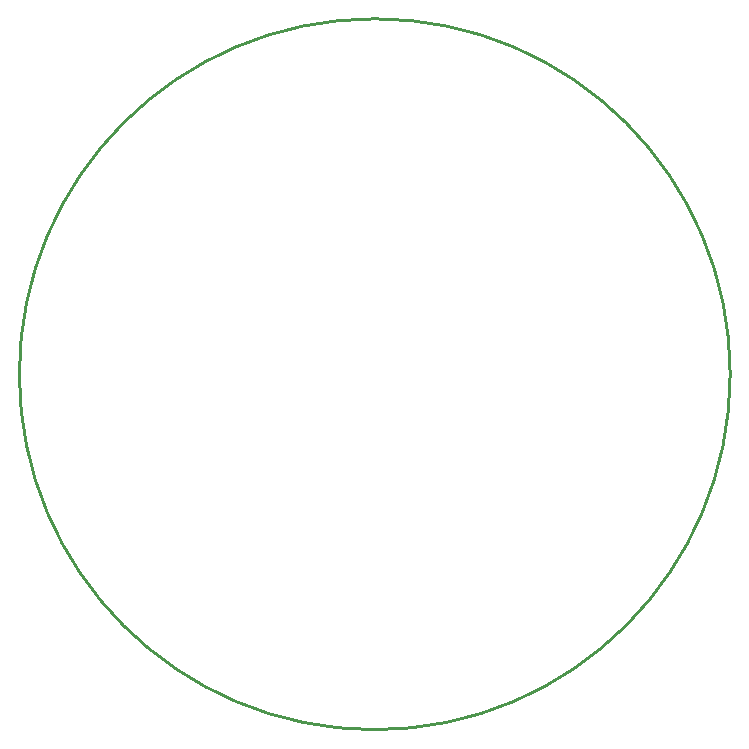
<source format=gm1>
G04*
G04 #@! TF.GenerationSoftware,Altium Limited,Altium Designer,23.1.1 (15)*
G04*
G04 Layer_Color=16711935*
%FSLAX44Y44*%
%MOMM*%
G71*
G04*
G04 #@! TF.SameCoordinates,B2BF10F3-798A-46CE-9BF2-DF2D7B13E792*
G04*
G04*
G04 #@! TF.FilePolarity,Positive*
G04*
G01*
G75*
%ADD11C,0.2500*%
D11*
X1099269Y825124D02*
G03*
X1099269Y825124I-300943J0D01*
G01*
M02*

</source>
